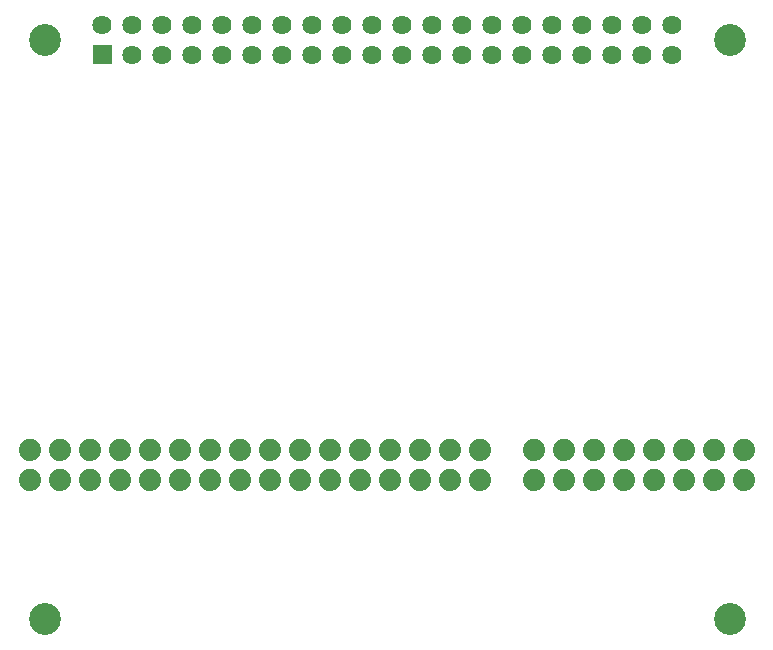
<source format=gbr>
%TF.GenerationSoftware,KiCad,Pcbnew,(5.1.12-1-10_14)*%
%TF.CreationDate,2021-12-12T23:14:55+01:00*%
%TF.ProjectId,Raspberry_modular,52617370-6265-4727-9279-5f6d6f64756c,rev?*%
%TF.SameCoordinates,Original*%
%TF.FileFunction,Soldermask,Bot*%
%TF.FilePolarity,Negative*%
%FSLAX46Y46*%
G04 Gerber Fmt 4.6, Leading zero omitted, Abs format (unit mm)*
G04 Created by KiCad (PCBNEW (5.1.12-1-10_14)) date 2021-12-12 23:14:55*
%MOMM*%
%LPD*%
G01*
G04 APERTURE LIST*
%ADD10C,1.879600*%
%ADD11C,1.625600*%
%ADD12C,2.700000*%
G04 APERTURE END LIST*
D10*
%TO.C,U$5*%
X50508000Y-66002000D03*
X47968000Y-66002000D03*
X45428000Y-66002000D03*
X42888000Y-66002000D03*
X40348000Y-66002000D03*
X37808000Y-66002000D03*
X35268000Y-66002000D03*
X32728000Y-66002000D03*
X30188000Y-66002000D03*
X27648000Y-66002000D03*
%TD*%
%TO.C,U$3*%
X50508000Y-63462000D03*
X47968000Y-63462000D03*
X45428000Y-63462000D03*
X42888000Y-63462000D03*
X40348000Y-63462000D03*
X37808000Y-63462000D03*
X35268000Y-63462000D03*
X32728000Y-63462000D03*
X30188000Y-63462000D03*
X27648000Y-63462000D03*
%TD*%
%TO.C,JP7*%
X88100000Y-66002000D03*
X85560000Y-66002000D03*
X83020000Y-66002000D03*
X80480000Y-66002000D03*
X77940000Y-66002000D03*
X75400000Y-66002000D03*
X72860000Y-66002000D03*
X70320000Y-66002000D03*
%TD*%
%TO.C,JP5*%
X88100000Y-63462000D03*
X85560000Y-63462000D03*
X83020000Y-63462000D03*
X80480000Y-63462000D03*
X77940000Y-63462000D03*
X75400000Y-63462000D03*
X72860000Y-63462000D03*
X70320000Y-63462000D03*
%TD*%
%TO.C,JP3*%
X65748000Y-66002000D03*
X63208000Y-66002000D03*
X60668000Y-66002000D03*
X58128000Y-66002000D03*
X55588000Y-66002000D03*
X53048000Y-66002000D03*
%TD*%
%TO.C,JP1*%
X65748000Y-63462000D03*
X63208000Y-63462000D03*
X60668000Y-63462000D03*
X58128000Y-63462000D03*
X55588000Y-63462000D03*
X53048000Y-63462000D03*
%TD*%
D11*
%TO.C,J1*%
X82086000Y-27432000D03*
X79546000Y-27432000D03*
X77006000Y-27432000D03*
X74466000Y-27432000D03*
X71926000Y-27432000D03*
X69386000Y-27432000D03*
X82086000Y-29972000D03*
X79546000Y-29972000D03*
X77006000Y-29972000D03*
X74466000Y-29972000D03*
X71926000Y-29972000D03*
X69386000Y-29972000D03*
X66846000Y-27432000D03*
X66846000Y-29972000D03*
X64306000Y-27432000D03*
X61766000Y-27432000D03*
X59226000Y-27432000D03*
X56686000Y-27432000D03*
X54146000Y-27432000D03*
X51606000Y-27432000D03*
X64306000Y-29972000D03*
X61766000Y-29972000D03*
X59226000Y-29972000D03*
X56686000Y-29972000D03*
X54146000Y-29972000D03*
X51606000Y-29972000D03*
X49066000Y-27432000D03*
X49066000Y-29972000D03*
X46526000Y-27432000D03*
X43986000Y-27432000D03*
X41446000Y-27432000D03*
X38906000Y-27432000D03*
X36366000Y-27432000D03*
X33826000Y-27432000D03*
X46526000Y-29972000D03*
X43986000Y-29972000D03*
X41446000Y-29972000D03*
X38906000Y-29972000D03*
X36366000Y-29972000D03*
G36*
G01*
X33013200Y-30734000D02*
X33013200Y-29210000D01*
G75*
G02*
X33064000Y-29159200I50800J0D01*
G01*
X34588000Y-29159200D01*
G75*
G02*
X34638800Y-29210000I0J-50800D01*
G01*
X34638800Y-30734000D01*
G75*
G02*
X34588000Y-30784800I-50800J0D01*
G01*
X33064000Y-30784800D01*
G75*
G02*
X33013200Y-30734000I0J50800D01*
G01*
G37*
%TD*%
D12*
%TO.C,H2*%
X86956000Y-77702000D03*
%TD*%
%TO.C,H1*%
X28956000Y-28702000D03*
%TD*%
%TO.C,H4*%
X28956000Y-77702000D03*
%TD*%
%TO.C,H3*%
X86956000Y-28702000D03*
%TD*%
M02*

</source>
